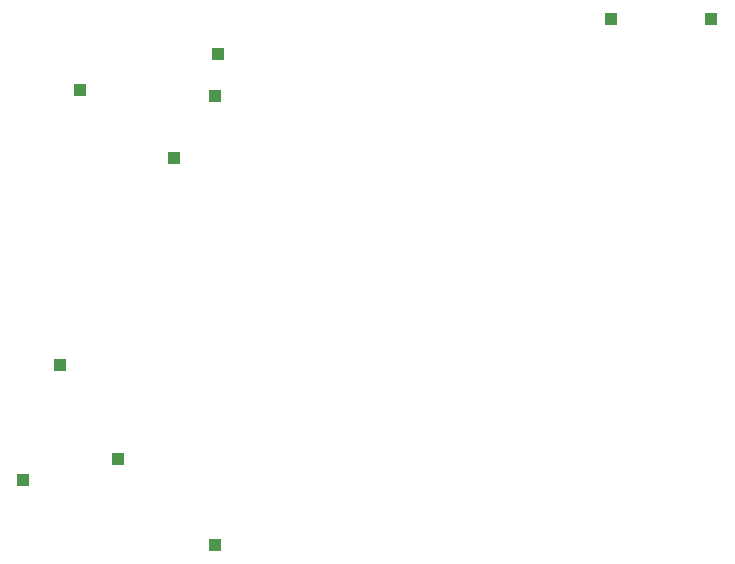
<source format=gbp>
G04*
G04 #@! TF.GenerationSoftware,Altium Limited,Altium Designer,21.6.4 (81)*
G04*
G04 Layer_Color=128*
%FSLAX44Y44*%
%MOMM*%
G71*
G04*
G04 #@! TF.SameCoordinates,04AFCEB9-1927-4C3B-B3D4-275DD85C2008*
G04*
G04*
G04 #@! TF.FilePolarity,Positive*
G04*
G01*
G75*
%ADD93R,1.0000X1.0000*%
%ADD94R,1.0000X1.0000*%
D93*
X270000Y105000D02*
D03*
X272500Y520000D02*
D03*
X107500Y160000D02*
D03*
X235000Y432500D02*
D03*
X155000Y490000D02*
D03*
X187500Y177500D02*
D03*
X270000Y485000D02*
D03*
X138419Y257463D02*
D03*
D94*
X690000Y550000D02*
D03*
X605000D02*
D03*
M02*

</source>
